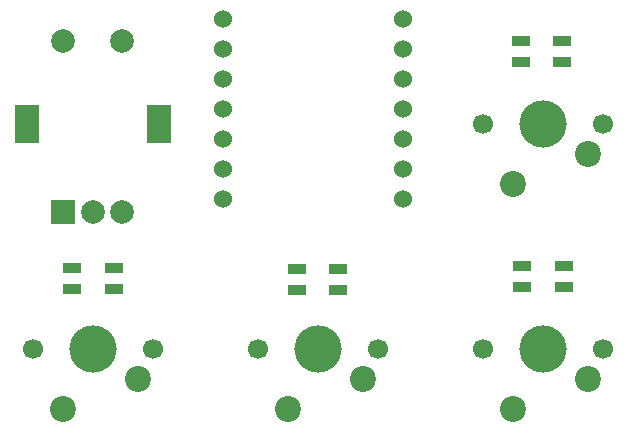
<source format=gbr>
%TF.GenerationSoftware,KiCad,Pcbnew,9.0.7*%
%TF.CreationDate,2026-02-07T20:24:00-06:00*%
%TF.ProjectId,Modded_Hackpad_Final,4d6f6464-6564-45f4-9861-636b7061645f,rev?*%
%TF.SameCoordinates,Original*%
%TF.FileFunction,Soldermask,Bot*%
%TF.FilePolarity,Negative*%
%FSLAX46Y46*%
G04 Gerber Fmt 4.6, Leading zero omitted, Abs format (unit mm)*
G04 Created by KiCad (PCBNEW 9.0.7) date 2026-02-07 20:24:00*
%MOMM*%
%LPD*%
G01*
G04 APERTURE LIST*
%ADD10C,1.700000*%
%ADD11C,4.000000*%
%ADD12C,2.200000*%
%ADD13C,1.524000*%
%ADD14R,2.000000X2.000000*%
%ADD15C,2.000000*%
%ADD16R,2.000000X3.200000*%
%ADD17R,1.600000X0.850000*%
G04 APERTURE END LIST*
D10*
%TO.C,SW4*%
X71755000Y-88265000D03*
D11*
X66675000Y-88265000D03*
D10*
X61595000Y-88265000D03*
D12*
X64135000Y-93345000D03*
X70485000Y-90805000D03*
%TD*%
D10*
%TO.C,SW2*%
X109855000Y-88265000D03*
D11*
X104775000Y-88265000D03*
D10*
X99695000Y-88265000D03*
D12*
X102235000Y-93345000D03*
X108585000Y-90805000D03*
%TD*%
D10*
%TO.C,SW1*%
X109855000Y-69215000D03*
D11*
X104775000Y-69215000D03*
D10*
X99695000Y-69215000D03*
D12*
X102235000Y-74295000D03*
X108585000Y-71755000D03*
%TD*%
D13*
%TO.C,U1*%
X77724000Y-60325000D03*
X77724000Y-62865000D03*
X77724000Y-65405000D03*
X77724000Y-67945000D03*
X77724000Y-70485000D03*
X77724000Y-73025000D03*
X77724000Y-75565000D03*
X92964000Y-75565000D03*
X92964000Y-73025000D03*
X92964000Y-70485000D03*
X92964000Y-67945000D03*
X92964000Y-65405000D03*
X92964000Y-62865000D03*
X92964000Y-60325000D03*
%TD*%
D14*
%TO.C,SW12*%
X64175000Y-76719000D03*
D15*
X69175000Y-76719000D03*
X66675000Y-76719000D03*
D16*
X61075000Y-69219000D03*
X72275000Y-69219000D03*
D15*
X69175000Y-62219000D03*
X64175000Y-62219000D03*
%TD*%
D10*
%TO.C,SW3*%
X90805000Y-88265000D03*
D11*
X85725000Y-88265000D03*
D10*
X80645000Y-88265000D03*
D12*
X83185000Y-93345000D03*
X89535000Y-90805000D03*
%TD*%
D17*
%TO.C,D1*%
X106398000Y-62244000D03*
X106398000Y-63994000D03*
X102898000Y-63994000D03*
X102898000Y-62244000D03*
%TD*%
%TO.C,D2*%
X106525000Y-81294000D03*
X106525000Y-83044000D03*
X103025000Y-83044000D03*
X103025000Y-81294000D03*
%TD*%
%TO.C,D4*%
X68425000Y-81421000D03*
X68425000Y-83171000D03*
X64925000Y-83171000D03*
X64925000Y-81421000D03*
%TD*%
%TO.C,D3*%
X87447000Y-81534000D03*
X87447000Y-83284000D03*
X83947000Y-83284000D03*
X83947000Y-81534000D03*
%TD*%
M02*

</source>
